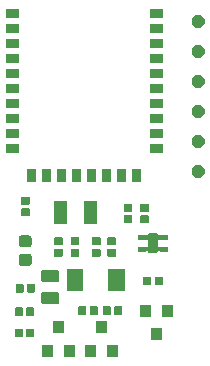
<source format=gbr>
G04 #@! TF.GenerationSoftware,KiCad,Pcbnew,(5.1.2-1)-1*
G04 #@! TF.CreationDate,2021-04-07T08:52:45+02:00*
G04 #@! TF.ProjectId,parasite,70617261-7369-4746-952e-6b696361645f,1.0.0*
G04 #@! TF.SameCoordinates,Original*
G04 #@! TF.FileFunction,Soldermask,Top*
G04 #@! TF.FilePolarity,Negative*
%FSLAX46Y46*%
G04 Gerber Fmt 4.6, Leading zero omitted, Abs format (unit mm)*
G04 Created by KiCad (PCBNEW (5.1.2-1)-1) date 2021-04-07 08:52:45*
%MOMM*%
%LPD*%
G04 APERTURE LIST*
%ADD10C,0.100000*%
G04 APERTURE END LIST*
D10*
G36*
X69851000Y-60201000D02*
G01*
X68949000Y-60201000D01*
X68949000Y-59199000D01*
X69851000Y-59199000D01*
X69851000Y-60201000D01*
X69851000Y-60201000D01*
G37*
G36*
X67951000Y-60201000D02*
G01*
X67049000Y-60201000D01*
X67049000Y-59199000D01*
X67951000Y-59199000D01*
X67951000Y-60201000D01*
X67951000Y-60201000D01*
G37*
G36*
X66201000Y-60201000D02*
G01*
X65299000Y-60201000D01*
X65299000Y-59199000D01*
X66201000Y-59199000D01*
X66201000Y-60201000D01*
X66201000Y-60201000D01*
G37*
G36*
X64301000Y-60201000D02*
G01*
X63399000Y-60201000D01*
X63399000Y-59199000D01*
X64301000Y-59199000D01*
X64301000Y-60201000D01*
X64301000Y-60201000D01*
G37*
G36*
X73551000Y-58801000D02*
G01*
X72649000Y-58801000D01*
X72649000Y-57799000D01*
X73551000Y-57799000D01*
X73551000Y-58801000D01*
X73551000Y-58801000D01*
G37*
G36*
X62656938Y-57831716D02*
G01*
X62677557Y-57837971D01*
X62696553Y-57848124D01*
X62713208Y-57861792D01*
X62726876Y-57878447D01*
X62737029Y-57897443D01*
X62743284Y-57918062D01*
X62746000Y-57945640D01*
X62746000Y-58454360D01*
X62743284Y-58481938D01*
X62737029Y-58502557D01*
X62726876Y-58521553D01*
X62713208Y-58538208D01*
X62696553Y-58551876D01*
X62677557Y-58562029D01*
X62656938Y-58568284D01*
X62629360Y-58571000D01*
X62170640Y-58571000D01*
X62143062Y-58568284D01*
X62122443Y-58562029D01*
X62103447Y-58551876D01*
X62086792Y-58538208D01*
X62073124Y-58521553D01*
X62062971Y-58502557D01*
X62056716Y-58481938D01*
X62054000Y-58454360D01*
X62054000Y-57945640D01*
X62056716Y-57918062D01*
X62062971Y-57897443D01*
X62073124Y-57878447D01*
X62086792Y-57861792D01*
X62103447Y-57848124D01*
X62122443Y-57837971D01*
X62143062Y-57831716D01*
X62170640Y-57829000D01*
X62629360Y-57829000D01*
X62656938Y-57831716D01*
X62656938Y-57831716D01*
G37*
G36*
X61686938Y-57831716D02*
G01*
X61707557Y-57837971D01*
X61726553Y-57848124D01*
X61743208Y-57861792D01*
X61756876Y-57878447D01*
X61767029Y-57897443D01*
X61773284Y-57918062D01*
X61776000Y-57945640D01*
X61776000Y-58454360D01*
X61773284Y-58481938D01*
X61767029Y-58502557D01*
X61756876Y-58521553D01*
X61743208Y-58538208D01*
X61726553Y-58551876D01*
X61707557Y-58562029D01*
X61686938Y-58568284D01*
X61659360Y-58571000D01*
X61200640Y-58571000D01*
X61173062Y-58568284D01*
X61152443Y-58562029D01*
X61133447Y-58551876D01*
X61116792Y-58538208D01*
X61103124Y-58521553D01*
X61092971Y-58502557D01*
X61086716Y-58481938D01*
X61084000Y-58454360D01*
X61084000Y-57945640D01*
X61086716Y-57918062D01*
X61092971Y-57897443D01*
X61103124Y-57878447D01*
X61116792Y-57861792D01*
X61133447Y-57848124D01*
X61152443Y-57837971D01*
X61173062Y-57831716D01*
X61200640Y-57829000D01*
X61659360Y-57829000D01*
X61686938Y-57831716D01*
X61686938Y-57831716D01*
G37*
G36*
X65251000Y-58201000D02*
G01*
X64349000Y-58201000D01*
X64349000Y-57199000D01*
X65251000Y-57199000D01*
X65251000Y-58201000D01*
X65251000Y-58201000D01*
G37*
G36*
X68901000Y-58201000D02*
G01*
X67999000Y-58201000D01*
X67999000Y-57199000D01*
X68901000Y-57199000D01*
X68901000Y-58201000D01*
X68901000Y-58201000D01*
G37*
G36*
X74501000Y-56801000D02*
G01*
X73599000Y-56801000D01*
X73599000Y-55799000D01*
X74501000Y-55799000D01*
X74501000Y-56801000D01*
X74501000Y-56801000D01*
G37*
G36*
X72601000Y-56801000D02*
G01*
X71699000Y-56801000D01*
X71699000Y-55799000D01*
X72601000Y-55799000D01*
X72601000Y-56801000D01*
X72601000Y-56801000D01*
G37*
G36*
X62656938Y-56031716D02*
G01*
X62677557Y-56037971D01*
X62696553Y-56048124D01*
X62713208Y-56061792D01*
X62726876Y-56078447D01*
X62737029Y-56097443D01*
X62743284Y-56118062D01*
X62746000Y-56145640D01*
X62746000Y-56654360D01*
X62743284Y-56681938D01*
X62737029Y-56702557D01*
X62726876Y-56721553D01*
X62713208Y-56738208D01*
X62696553Y-56751876D01*
X62677557Y-56762029D01*
X62656938Y-56768284D01*
X62629360Y-56771000D01*
X62170640Y-56771000D01*
X62143062Y-56768284D01*
X62122443Y-56762029D01*
X62103447Y-56751876D01*
X62086792Y-56738208D01*
X62073124Y-56721553D01*
X62062971Y-56702557D01*
X62056716Y-56681938D01*
X62054000Y-56654360D01*
X62054000Y-56145640D01*
X62056716Y-56118062D01*
X62062971Y-56097443D01*
X62073124Y-56078447D01*
X62086792Y-56061792D01*
X62103447Y-56048124D01*
X62122443Y-56037971D01*
X62143062Y-56031716D01*
X62170640Y-56029000D01*
X62629360Y-56029000D01*
X62656938Y-56031716D01*
X62656938Y-56031716D01*
G37*
G36*
X61686938Y-56031716D02*
G01*
X61707557Y-56037971D01*
X61726553Y-56048124D01*
X61743208Y-56061792D01*
X61756876Y-56078447D01*
X61767029Y-56097443D01*
X61773284Y-56118062D01*
X61776000Y-56145640D01*
X61776000Y-56654360D01*
X61773284Y-56681938D01*
X61767029Y-56702557D01*
X61756876Y-56721553D01*
X61743208Y-56738208D01*
X61726553Y-56751876D01*
X61707557Y-56762029D01*
X61686938Y-56768284D01*
X61659360Y-56771000D01*
X61200640Y-56771000D01*
X61173062Y-56768284D01*
X61152443Y-56762029D01*
X61133447Y-56751876D01*
X61116792Y-56738208D01*
X61103124Y-56721553D01*
X61092971Y-56702557D01*
X61086716Y-56681938D01*
X61084000Y-56654360D01*
X61084000Y-56145640D01*
X61086716Y-56118062D01*
X61092971Y-56097443D01*
X61103124Y-56078447D01*
X61116792Y-56061792D01*
X61133447Y-56048124D01*
X61152443Y-56037971D01*
X61173062Y-56031716D01*
X61200640Y-56029000D01*
X61659360Y-56029000D01*
X61686938Y-56031716D01*
X61686938Y-56031716D01*
G37*
G36*
X70126938Y-55931716D02*
G01*
X70147557Y-55937971D01*
X70166553Y-55948124D01*
X70183208Y-55961792D01*
X70196876Y-55978447D01*
X70207029Y-55997443D01*
X70213284Y-56018062D01*
X70216000Y-56045640D01*
X70216000Y-56554360D01*
X70213284Y-56581938D01*
X70207029Y-56602557D01*
X70196876Y-56621553D01*
X70183208Y-56638208D01*
X70166553Y-56651876D01*
X70147557Y-56662029D01*
X70126938Y-56668284D01*
X70099360Y-56671000D01*
X69640640Y-56671000D01*
X69613062Y-56668284D01*
X69592443Y-56662029D01*
X69573447Y-56651876D01*
X69556792Y-56638208D01*
X69543124Y-56621553D01*
X69532971Y-56602557D01*
X69526716Y-56581938D01*
X69524000Y-56554360D01*
X69524000Y-56045640D01*
X69526716Y-56018062D01*
X69532971Y-55997443D01*
X69543124Y-55978447D01*
X69556792Y-55961792D01*
X69573447Y-55948124D01*
X69592443Y-55937971D01*
X69613062Y-55931716D01*
X69640640Y-55929000D01*
X70099360Y-55929000D01*
X70126938Y-55931716D01*
X70126938Y-55931716D01*
G37*
G36*
X69156938Y-55931716D02*
G01*
X69177557Y-55937971D01*
X69196553Y-55948124D01*
X69213208Y-55961792D01*
X69226876Y-55978447D01*
X69237029Y-55997443D01*
X69243284Y-56018062D01*
X69246000Y-56045640D01*
X69246000Y-56554360D01*
X69243284Y-56581938D01*
X69237029Y-56602557D01*
X69226876Y-56621553D01*
X69213208Y-56638208D01*
X69196553Y-56651876D01*
X69177557Y-56662029D01*
X69156938Y-56668284D01*
X69129360Y-56671000D01*
X68670640Y-56671000D01*
X68643062Y-56668284D01*
X68622443Y-56662029D01*
X68603447Y-56651876D01*
X68586792Y-56638208D01*
X68573124Y-56621553D01*
X68562971Y-56602557D01*
X68556716Y-56581938D01*
X68554000Y-56554360D01*
X68554000Y-56045640D01*
X68556716Y-56018062D01*
X68562971Y-55997443D01*
X68573124Y-55978447D01*
X68586792Y-55961792D01*
X68603447Y-55948124D01*
X68622443Y-55937971D01*
X68643062Y-55931716D01*
X68670640Y-55929000D01*
X69129360Y-55929000D01*
X69156938Y-55931716D01*
X69156938Y-55931716D01*
G37*
G36*
X68041938Y-55931716D02*
G01*
X68062557Y-55937971D01*
X68081553Y-55948124D01*
X68098208Y-55961792D01*
X68111876Y-55978447D01*
X68122029Y-55997443D01*
X68128284Y-56018062D01*
X68131000Y-56045640D01*
X68131000Y-56554360D01*
X68128284Y-56581938D01*
X68122029Y-56602557D01*
X68111876Y-56621553D01*
X68098208Y-56638208D01*
X68081553Y-56651876D01*
X68062557Y-56662029D01*
X68041938Y-56668284D01*
X68014360Y-56671000D01*
X67555640Y-56671000D01*
X67528062Y-56668284D01*
X67507443Y-56662029D01*
X67488447Y-56651876D01*
X67471792Y-56638208D01*
X67458124Y-56621553D01*
X67447971Y-56602557D01*
X67441716Y-56581938D01*
X67439000Y-56554360D01*
X67439000Y-56045640D01*
X67441716Y-56018062D01*
X67447971Y-55997443D01*
X67458124Y-55978447D01*
X67471792Y-55961792D01*
X67488447Y-55948124D01*
X67507443Y-55937971D01*
X67528062Y-55931716D01*
X67555640Y-55929000D01*
X68014360Y-55929000D01*
X68041938Y-55931716D01*
X68041938Y-55931716D01*
G37*
G36*
X67071938Y-55931716D02*
G01*
X67092557Y-55937971D01*
X67111553Y-55948124D01*
X67128208Y-55961792D01*
X67141876Y-55978447D01*
X67152029Y-55997443D01*
X67158284Y-56018062D01*
X67161000Y-56045640D01*
X67161000Y-56554360D01*
X67158284Y-56581938D01*
X67152029Y-56602557D01*
X67141876Y-56621553D01*
X67128208Y-56638208D01*
X67111553Y-56651876D01*
X67092557Y-56662029D01*
X67071938Y-56668284D01*
X67044360Y-56671000D01*
X66585640Y-56671000D01*
X66558062Y-56668284D01*
X66537443Y-56662029D01*
X66518447Y-56651876D01*
X66501792Y-56638208D01*
X66488124Y-56621553D01*
X66477971Y-56602557D01*
X66471716Y-56581938D01*
X66469000Y-56554360D01*
X66469000Y-56045640D01*
X66471716Y-56018062D01*
X66477971Y-55997443D01*
X66488124Y-55978447D01*
X66501792Y-55961792D01*
X66518447Y-55948124D01*
X66537443Y-55937971D01*
X66558062Y-55931716D01*
X66585640Y-55929000D01*
X67044360Y-55929000D01*
X67071938Y-55931716D01*
X67071938Y-55931716D01*
G37*
G36*
X64684468Y-54703565D02*
G01*
X64723138Y-54715296D01*
X64758777Y-54734346D01*
X64790017Y-54759983D01*
X64815654Y-54791223D01*
X64834704Y-54826862D01*
X64846435Y-54865532D01*
X64851000Y-54911888D01*
X64851000Y-55563112D01*
X64846435Y-55609468D01*
X64834704Y-55648138D01*
X64815654Y-55683777D01*
X64790017Y-55715017D01*
X64758777Y-55740654D01*
X64723138Y-55759704D01*
X64684468Y-55771435D01*
X64638112Y-55776000D01*
X63561888Y-55776000D01*
X63515532Y-55771435D01*
X63476862Y-55759704D01*
X63441223Y-55740654D01*
X63409983Y-55715017D01*
X63384346Y-55683777D01*
X63365296Y-55648138D01*
X63353565Y-55609468D01*
X63349000Y-55563112D01*
X63349000Y-54911888D01*
X63353565Y-54865532D01*
X63365296Y-54826862D01*
X63384346Y-54791223D01*
X63409983Y-54759983D01*
X63441223Y-54734346D01*
X63476862Y-54715296D01*
X63515532Y-54703565D01*
X63561888Y-54699000D01*
X64638112Y-54699000D01*
X64684468Y-54703565D01*
X64684468Y-54703565D01*
G37*
G36*
X61771938Y-54031716D02*
G01*
X61792557Y-54037971D01*
X61811553Y-54048124D01*
X61828208Y-54061792D01*
X61841876Y-54078447D01*
X61852029Y-54097443D01*
X61858284Y-54118062D01*
X61861000Y-54145640D01*
X61861000Y-54654360D01*
X61858284Y-54681938D01*
X61852029Y-54702557D01*
X61841876Y-54721553D01*
X61828208Y-54738208D01*
X61811553Y-54751876D01*
X61792557Y-54762029D01*
X61771938Y-54768284D01*
X61744360Y-54771000D01*
X61285640Y-54771000D01*
X61258062Y-54768284D01*
X61237443Y-54762029D01*
X61218447Y-54751876D01*
X61201792Y-54738208D01*
X61188124Y-54721553D01*
X61177971Y-54702557D01*
X61171716Y-54681938D01*
X61169000Y-54654360D01*
X61169000Y-54145640D01*
X61171716Y-54118062D01*
X61177971Y-54097443D01*
X61188124Y-54078447D01*
X61201792Y-54061792D01*
X61218447Y-54048124D01*
X61237443Y-54037971D01*
X61258062Y-54031716D01*
X61285640Y-54029000D01*
X61744360Y-54029000D01*
X61771938Y-54031716D01*
X61771938Y-54031716D01*
G37*
G36*
X62741938Y-54031716D02*
G01*
X62762557Y-54037971D01*
X62781553Y-54048124D01*
X62798208Y-54061792D01*
X62811876Y-54078447D01*
X62822029Y-54097443D01*
X62828284Y-54118062D01*
X62831000Y-54145640D01*
X62831000Y-54654360D01*
X62828284Y-54681938D01*
X62822029Y-54702557D01*
X62811876Y-54721553D01*
X62798208Y-54738208D01*
X62781553Y-54751876D01*
X62762557Y-54762029D01*
X62741938Y-54768284D01*
X62714360Y-54771000D01*
X62255640Y-54771000D01*
X62228062Y-54768284D01*
X62207443Y-54762029D01*
X62188447Y-54751876D01*
X62171792Y-54738208D01*
X62158124Y-54721553D01*
X62147971Y-54702557D01*
X62141716Y-54681938D01*
X62139000Y-54654360D01*
X62139000Y-54145640D01*
X62141716Y-54118062D01*
X62147971Y-54097443D01*
X62158124Y-54078447D01*
X62171792Y-54061792D01*
X62188447Y-54048124D01*
X62207443Y-54037971D01*
X62228062Y-54031716D01*
X62255640Y-54029000D01*
X62714360Y-54029000D01*
X62741938Y-54031716D01*
X62741938Y-54031716D01*
G37*
G36*
X70401000Y-54601000D02*
G01*
X68999000Y-54601000D01*
X68999000Y-52799000D01*
X70401000Y-52799000D01*
X70401000Y-54601000D01*
X70401000Y-54601000D01*
G37*
G36*
X66901000Y-54601000D02*
G01*
X65499000Y-54601000D01*
X65499000Y-52799000D01*
X66901000Y-52799000D01*
X66901000Y-54601000D01*
X66901000Y-54601000D01*
G37*
G36*
X72586938Y-53431716D02*
G01*
X72607557Y-53437971D01*
X72626553Y-53448124D01*
X72643208Y-53461792D01*
X72656876Y-53478447D01*
X72667029Y-53497443D01*
X72673284Y-53518062D01*
X72676000Y-53545640D01*
X72676000Y-54054360D01*
X72673284Y-54081938D01*
X72667029Y-54102557D01*
X72656876Y-54121553D01*
X72643208Y-54138208D01*
X72626553Y-54151876D01*
X72607557Y-54162029D01*
X72586938Y-54168284D01*
X72559360Y-54171000D01*
X72100640Y-54171000D01*
X72073062Y-54168284D01*
X72052443Y-54162029D01*
X72033447Y-54151876D01*
X72016792Y-54138208D01*
X72003124Y-54121553D01*
X71992971Y-54102557D01*
X71986716Y-54081938D01*
X71984000Y-54054360D01*
X71984000Y-53545640D01*
X71986716Y-53518062D01*
X71992971Y-53497443D01*
X72003124Y-53478447D01*
X72016792Y-53461792D01*
X72033447Y-53448124D01*
X72052443Y-53437971D01*
X72073062Y-53431716D01*
X72100640Y-53429000D01*
X72559360Y-53429000D01*
X72586938Y-53431716D01*
X72586938Y-53431716D01*
G37*
G36*
X73556938Y-53431716D02*
G01*
X73577557Y-53437971D01*
X73596553Y-53448124D01*
X73613208Y-53461792D01*
X73626876Y-53478447D01*
X73637029Y-53497443D01*
X73643284Y-53518062D01*
X73646000Y-53545640D01*
X73646000Y-54054360D01*
X73643284Y-54081938D01*
X73637029Y-54102557D01*
X73626876Y-54121553D01*
X73613208Y-54138208D01*
X73596553Y-54151876D01*
X73577557Y-54162029D01*
X73556938Y-54168284D01*
X73529360Y-54171000D01*
X73070640Y-54171000D01*
X73043062Y-54168284D01*
X73022443Y-54162029D01*
X73003447Y-54151876D01*
X72986792Y-54138208D01*
X72973124Y-54121553D01*
X72962971Y-54102557D01*
X72956716Y-54081938D01*
X72954000Y-54054360D01*
X72954000Y-53545640D01*
X72956716Y-53518062D01*
X72962971Y-53497443D01*
X72973124Y-53478447D01*
X72986792Y-53461792D01*
X73003447Y-53448124D01*
X73022443Y-53437971D01*
X73043062Y-53431716D01*
X73070640Y-53429000D01*
X73529360Y-53429000D01*
X73556938Y-53431716D01*
X73556938Y-53431716D01*
G37*
G36*
X64684468Y-52828565D02*
G01*
X64723138Y-52840296D01*
X64758777Y-52859346D01*
X64790017Y-52884983D01*
X64815654Y-52916223D01*
X64834704Y-52951862D01*
X64846435Y-52990532D01*
X64851000Y-53036888D01*
X64851000Y-53688112D01*
X64846435Y-53734468D01*
X64834704Y-53773138D01*
X64815654Y-53808777D01*
X64790017Y-53840017D01*
X64758777Y-53865654D01*
X64723138Y-53884704D01*
X64684468Y-53896435D01*
X64638112Y-53901000D01*
X63561888Y-53901000D01*
X63515532Y-53896435D01*
X63476862Y-53884704D01*
X63441223Y-53865654D01*
X63409983Y-53840017D01*
X63384346Y-53808777D01*
X63365296Y-53773138D01*
X63353565Y-53734468D01*
X63349000Y-53688112D01*
X63349000Y-53036888D01*
X63353565Y-52990532D01*
X63365296Y-52951862D01*
X63384346Y-52916223D01*
X63409983Y-52884983D01*
X63441223Y-52859346D01*
X63476862Y-52840296D01*
X63515532Y-52828565D01*
X63561888Y-52824000D01*
X64638112Y-52824000D01*
X64684468Y-52828565D01*
X64684468Y-52828565D01*
G37*
G36*
X62379591Y-51515585D02*
G01*
X62413569Y-51525893D01*
X62444890Y-51542634D01*
X62472339Y-51565161D01*
X62494866Y-51592610D01*
X62511607Y-51623931D01*
X62521915Y-51657909D01*
X62526000Y-51699390D01*
X62526000Y-52300610D01*
X62521915Y-52342091D01*
X62511607Y-52376069D01*
X62494866Y-52407390D01*
X62472339Y-52434839D01*
X62444890Y-52457366D01*
X62413569Y-52474107D01*
X62379591Y-52484415D01*
X62338110Y-52488500D01*
X61661890Y-52488500D01*
X61620409Y-52484415D01*
X61586431Y-52474107D01*
X61555110Y-52457366D01*
X61527661Y-52434839D01*
X61505134Y-52407390D01*
X61488393Y-52376069D01*
X61478085Y-52342091D01*
X61474000Y-52300610D01*
X61474000Y-51699390D01*
X61478085Y-51657909D01*
X61488393Y-51623931D01*
X61505134Y-51592610D01*
X61527661Y-51565161D01*
X61555110Y-51542634D01*
X61586431Y-51525893D01*
X61620409Y-51515585D01*
X61661890Y-51511500D01*
X62338110Y-51511500D01*
X62379591Y-51515585D01*
X62379591Y-51515585D01*
G37*
G36*
X69581938Y-51056716D02*
G01*
X69602557Y-51062971D01*
X69621553Y-51073124D01*
X69638208Y-51086792D01*
X69651876Y-51103447D01*
X69662029Y-51122443D01*
X69668284Y-51143062D01*
X69671000Y-51170640D01*
X69671000Y-51629360D01*
X69668284Y-51656938D01*
X69662029Y-51677557D01*
X69651876Y-51696553D01*
X69638208Y-51713208D01*
X69621553Y-51726876D01*
X69602557Y-51737029D01*
X69581938Y-51743284D01*
X69554360Y-51746000D01*
X69045640Y-51746000D01*
X69018062Y-51743284D01*
X68997443Y-51737029D01*
X68978447Y-51726876D01*
X68961792Y-51713208D01*
X68948124Y-51696553D01*
X68937971Y-51677557D01*
X68931716Y-51656938D01*
X68929000Y-51629360D01*
X68929000Y-51170640D01*
X68931716Y-51143062D01*
X68937971Y-51122443D01*
X68948124Y-51103447D01*
X68961792Y-51086792D01*
X68978447Y-51073124D01*
X68997443Y-51062971D01*
X69018062Y-51056716D01*
X69045640Y-51054000D01*
X69554360Y-51054000D01*
X69581938Y-51056716D01*
X69581938Y-51056716D01*
G37*
G36*
X65081938Y-51056716D02*
G01*
X65102557Y-51062971D01*
X65121553Y-51073124D01*
X65138208Y-51086792D01*
X65151876Y-51103447D01*
X65162029Y-51122443D01*
X65168284Y-51143062D01*
X65171000Y-51170640D01*
X65171000Y-51629360D01*
X65168284Y-51656938D01*
X65162029Y-51677557D01*
X65151876Y-51696553D01*
X65138208Y-51713208D01*
X65121553Y-51726876D01*
X65102557Y-51737029D01*
X65081938Y-51743284D01*
X65054360Y-51746000D01*
X64545640Y-51746000D01*
X64518062Y-51743284D01*
X64497443Y-51737029D01*
X64478447Y-51726876D01*
X64461792Y-51713208D01*
X64448124Y-51696553D01*
X64437971Y-51677557D01*
X64431716Y-51656938D01*
X64429000Y-51629360D01*
X64429000Y-51170640D01*
X64431716Y-51143062D01*
X64437971Y-51122443D01*
X64448124Y-51103447D01*
X64461792Y-51086792D01*
X64478447Y-51073124D01*
X64497443Y-51062971D01*
X64518062Y-51056716D01*
X64545640Y-51054000D01*
X65054360Y-51054000D01*
X65081938Y-51056716D01*
X65081938Y-51056716D01*
G37*
G36*
X66481938Y-51056716D02*
G01*
X66502557Y-51062971D01*
X66521553Y-51073124D01*
X66538208Y-51086792D01*
X66551876Y-51103447D01*
X66562029Y-51122443D01*
X66568284Y-51143062D01*
X66571000Y-51170640D01*
X66571000Y-51629360D01*
X66568284Y-51656938D01*
X66562029Y-51677557D01*
X66551876Y-51696553D01*
X66538208Y-51713208D01*
X66521553Y-51726876D01*
X66502557Y-51737029D01*
X66481938Y-51743284D01*
X66454360Y-51746000D01*
X65945640Y-51746000D01*
X65918062Y-51743284D01*
X65897443Y-51737029D01*
X65878447Y-51726876D01*
X65861792Y-51713208D01*
X65848124Y-51696553D01*
X65837971Y-51677557D01*
X65831716Y-51656938D01*
X65829000Y-51629360D01*
X65829000Y-51170640D01*
X65831716Y-51143062D01*
X65837971Y-51122443D01*
X65848124Y-51103447D01*
X65861792Y-51086792D01*
X65878447Y-51073124D01*
X65897443Y-51062971D01*
X65918062Y-51056716D01*
X65945640Y-51054000D01*
X66454360Y-51054000D01*
X66481938Y-51056716D01*
X66481938Y-51056716D01*
G37*
G36*
X68281938Y-51056716D02*
G01*
X68302557Y-51062971D01*
X68321553Y-51073124D01*
X68338208Y-51086792D01*
X68351876Y-51103447D01*
X68362029Y-51122443D01*
X68368284Y-51143062D01*
X68371000Y-51170640D01*
X68371000Y-51629360D01*
X68368284Y-51656938D01*
X68362029Y-51677557D01*
X68351876Y-51696553D01*
X68338208Y-51713208D01*
X68321553Y-51726876D01*
X68302557Y-51737029D01*
X68281938Y-51743284D01*
X68254360Y-51746000D01*
X67745640Y-51746000D01*
X67718062Y-51743284D01*
X67697443Y-51737029D01*
X67678447Y-51726876D01*
X67661792Y-51713208D01*
X67648124Y-51696553D01*
X67637971Y-51677557D01*
X67631716Y-51656938D01*
X67629000Y-51629360D01*
X67629000Y-51170640D01*
X67631716Y-51143062D01*
X67637971Y-51122443D01*
X67648124Y-51103447D01*
X67661792Y-51086792D01*
X67678447Y-51073124D01*
X67697443Y-51062971D01*
X67718062Y-51056716D01*
X67745640Y-51054000D01*
X68254360Y-51054000D01*
X68281938Y-51056716D01*
X68281938Y-51056716D01*
G37*
G36*
X73089802Y-49752244D02*
G01*
X73115579Y-49760064D01*
X73139333Y-49772761D01*
X73160153Y-49789847D01*
X73177239Y-49810667D01*
X73189936Y-49834422D01*
X73194717Y-49850180D01*
X73204095Y-49872819D01*
X73217709Y-49893193D01*
X73235037Y-49910519D01*
X73255412Y-49924133D01*
X73278051Y-49933509D01*
X73302084Y-49938289D01*
X73326588Y-49938289D01*
X73350621Y-49933508D01*
X73373260Y-49924130D01*
X73393634Y-49910516D01*
X73410959Y-49893190D01*
X73414219Y-49889217D01*
X73421776Y-49883016D01*
X73430405Y-49878403D01*
X73439768Y-49875563D01*
X73455640Y-49874000D01*
X73994360Y-49874000D01*
X74010232Y-49875563D01*
X74019595Y-49878403D01*
X74028224Y-49883016D01*
X74035782Y-49889218D01*
X74041984Y-49896776D01*
X74046597Y-49905405D01*
X74049437Y-49914768D01*
X74051000Y-49930640D01*
X74051000Y-50269360D01*
X74049437Y-50285232D01*
X74046597Y-50294595D01*
X74041984Y-50303224D01*
X74035782Y-50310782D01*
X74028224Y-50316984D01*
X74019595Y-50321597D01*
X74010232Y-50324437D01*
X73994360Y-50326000D01*
X73455640Y-50326000D01*
X73439768Y-50324437D01*
X73430405Y-50321597D01*
X73421779Y-50316986D01*
X73405296Y-50303459D01*
X73384921Y-50289846D01*
X73362282Y-50280469D01*
X73338249Y-50275689D01*
X73313745Y-50275689D01*
X73289711Y-50280470D01*
X73267073Y-50289848D01*
X73246699Y-50303462D01*
X73229372Y-50320789D01*
X73215759Y-50341164D01*
X73206382Y-50363803D01*
X73201000Y-50400086D01*
X73201000Y-50799914D01*
X73203402Y-50824300D01*
X73210515Y-50847749D01*
X73222066Y-50869360D01*
X73237611Y-50888302D01*
X73256553Y-50903847D01*
X73278164Y-50915398D01*
X73301613Y-50922511D01*
X73325999Y-50924913D01*
X73350385Y-50922511D01*
X73373834Y-50915398D01*
X73405296Y-50896541D01*
X73421779Y-50883014D01*
X73430405Y-50878403D01*
X73439768Y-50875563D01*
X73455640Y-50874000D01*
X73994360Y-50874000D01*
X74010232Y-50875563D01*
X74019595Y-50878403D01*
X74028224Y-50883016D01*
X74035782Y-50889218D01*
X74041984Y-50896776D01*
X74046597Y-50905405D01*
X74049437Y-50914768D01*
X74051000Y-50930640D01*
X74051000Y-51269360D01*
X74049437Y-51285232D01*
X74046597Y-51294595D01*
X74041984Y-51303224D01*
X74035782Y-51310782D01*
X74028224Y-51316984D01*
X74019595Y-51321597D01*
X74010232Y-51324437D01*
X73994360Y-51326000D01*
X73455640Y-51326000D01*
X73439768Y-51324437D01*
X73430405Y-51321597D01*
X73421776Y-51316984D01*
X73414219Y-51310783D01*
X73410959Y-51306810D01*
X73393632Y-51289483D01*
X73373258Y-51275869D01*
X73350619Y-51266492D01*
X73326586Y-51261711D01*
X73302082Y-51261711D01*
X73278048Y-51266491D01*
X73255410Y-51275868D01*
X73235035Y-51289482D01*
X73217708Y-51306809D01*
X73204094Y-51327183D01*
X73194717Y-51349820D01*
X73189936Y-51365578D01*
X73177239Y-51389333D01*
X73160153Y-51410153D01*
X73139333Y-51427239D01*
X73115579Y-51439936D01*
X73089802Y-51447756D01*
X73056862Y-51451000D01*
X72543138Y-51451000D01*
X72510198Y-51447756D01*
X72484421Y-51439936D01*
X72460667Y-51427239D01*
X72439847Y-51410153D01*
X72422761Y-51389333D01*
X72410064Y-51365578D01*
X72405283Y-51349820D01*
X72395905Y-51327181D01*
X72382291Y-51306807D01*
X72364963Y-51289481D01*
X72344588Y-51275867D01*
X72321949Y-51266491D01*
X72297916Y-51261711D01*
X72273412Y-51261711D01*
X72249379Y-51266492D01*
X72226740Y-51275870D01*
X72206366Y-51289484D01*
X72189041Y-51306810D01*
X72185781Y-51310783D01*
X72178224Y-51316984D01*
X72169595Y-51321597D01*
X72160232Y-51324437D01*
X72144360Y-51326000D01*
X71605640Y-51326000D01*
X71589768Y-51324437D01*
X71580405Y-51321597D01*
X71571776Y-51316984D01*
X71564218Y-51310782D01*
X71558016Y-51303224D01*
X71553403Y-51294595D01*
X71550563Y-51285232D01*
X71549000Y-51269360D01*
X71549000Y-50930640D01*
X71550563Y-50914768D01*
X71553403Y-50905405D01*
X71558016Y-50896776D01*
X71564218Y-50889218D01*
X71571776Y-50883016D01*
X71580405Y-50878403D01*
X71589768Y-50875563D01*
X71605640Y-50874000D01*
X72144360Y-50874000D01*
X72160232Y-50875563D01*
X72169595Y-50878403D01*
X72178221Y-50883014D01*
X72194704Y-50896541D01*
X72215079Y-50910154D01*
X72237718Y-50919531D01*
X72261751Y-50924311D01*
X72286255Y-50924311D01*
X72310289Y-50919530D01*
X72332927Y-50910152D01*
X72353301Y-50896538D01*
X72370628Y-50879211D01*
X72384241Y-50858836D01*
X72393618Y-50836197D01*
X72399000Y-50799914D01*
X72399000Y-50400086D01*
X72396598Y-50375700D01*
X72389485Y-50352251D01*
X72377934Y-50330640D01*
X72362389Y-50311698D01*
X72343447Y-50296153D01*
X72321836Y-50284602D01*
X72298387Y-50277489D01*
X72274001Y-50275087D01*
X72249615Y-50277489D01*
X72226166Y-50284602D01*
X72194704Y-50303459D01*
X72178221Y-50316986D01*
X72169595Y-50321597D01*
X72160232Y-50324437D01*
X72144360Y-50326000D01*
X71605640Y-50326000D01*
X71589768Y-50324437D01*
X71580405Y-50321597D01*
X71571776Y-50316984D01*
X71564218Y-50310782D01*
X71558016Y-50303224D01*
X71553403Y-50294595D01*
X71550563Y-50285232D01*
X71549000Y-50269360D01*
X71549000Y-49930640D01*
X71550563Y-49914768D01*
X71553403Y-49905405D01*
X71558016Y-49896776D01*
X71564218Y-49889218D01*
X71571776Y-49883016D01*
X71580405Y-49878403D01*
X71589768Y-49875563D01*
X71605640Y-49874000D01*
X72144360Y-49874000D01*
X72160232Y-49875563D01*
X72169595Y-49878403D01*
X72178224Y-49883016D01*
X72185781Y-49889217D01*
X72189041Y-49893190D01*
X72206368Y-49910517D01*
X72226742Y-49924131D01*
X72249381Y-49933508D01*
X72273414Y-49938289D01*
X72297918Y-49938289D01*
X72321952Y-49933509D01*
X72344590Y-49924132D01*
X72364965Y-49910518D01*
X72382292Y-49893191D01*
X72395906Y-49872817D01*
X72405283Y-49850180D01*
X72410064Y-49834422D01*
X72422761Y-49810667D01*
X72439847Y-49789847D01*
X72460667Y-49772761D01*
X72484421Y-49760064D01*
X72510198Y-49752244D01*
X72543138Y-49749000D01*
X73056862Y-49749000D01*
X73089802Y-49752244D01*
X73089802Y-49752244D01*
G37*
G36*
X62379591Y-49940585D02*
G01*
X62413569Y-49950893D01*
X62444890Y-49967634D01*
X62472339Y-49990161D01*
X62494866Y-50017610D01*
X62511607Y-50048931D01*
X62521915Y-50082909D01*
X62526000Y-50124390D01*
X62526000Y-50725610D01*
X62521915Y-50767091D01*
X62511607Y-50801069D01*
X62494866Y-50832390D01*
X62472339Y-50859839D01*
X62444890Y-50882366D01*
X62413569Y-50899107D01*
X62379591Y-50909415D01*
X62338110Y-50913500D01*
X61661890Y-50913500D01*
X61620409Y-50909415D01*
X61586431Y-50899107D01*
X61555110Y-50882366D01*
X61527661Y-50859839D01*
X61505134Y-50832390D01*
X61488393Y-50801069D01*
X61478085Y-50767091D01*
X61474000Y-50725610D01*
X61474000Y-50124390D01*
X61478085Y-50082909D01*
X61488393Y-50048931D01*
X61505134Y-50017610D01*
X61527661Y-49990161D01*
X61555110Y-49967634D01*
X61586431Y-49950893D01*
X61620409Y-49940585D01*
X61661890Y-49936500D01*
X62338110Y-49936500D01*
X62379591Y-49940585D01*
X62379591Y-49940585D01*
G37*
G36*
X66481938Y-50086716D02*
G01*
X66502557Y-50092971D01*
X66521553Y-50103124D01*
X66538208Y-50116792D01*
X66551876Y-50133447D01*
X66562029Y-50152443D01*
X66568284Y-50173062D01*
X66571000Y-50200640D01*
X66571000Y-50659360D01*
X66568284Y-50686938D01*
X66562029Y-50707557D01*
X66551876Y-50726553D01*
X66538208Y-50743208D01*
X66521553Y-50756876D01*
X66502557Y-50767029D01*
X66481938Y-50773284D01*
X66454360Y-50776000D01*
X65945640Y-50776000D01*
X65918062Y-50773284D01*
X65897443Y-50767029D01*
X65878447Y-50756876D01*
X65861792Y-50743208D01*
X65848124Y-50726553D01*
X65837971Y-50707557D01*
X65831716Y-50686938D01*
X65829000Y-50659360D01*
X65829000Y-50200640D01*
X65831716Y-50173062D01*
X65837971Y-50152443D01*
X65848124Y-50133447D01*
X65861792Y-50116792D01*
X65878447Y-50103124D01*
X65897443Y-50092971D01*
X65918062Y-50086716D01*
X65945640Y-50084000D01*
X66454360Y-50084000D01*
X66481938Y-50086716D01*
X66481938Y-50086716D01*
G37*
G36*
X65081938Y-50086716D02*
G01*
X65102557Y-50092971D01*
X65121553Y-50103124D01*
X65138208Y-50116792D01*
X65151876Y-50133447D01*
X65162029Y-50152443D01*
X65168284Y-50173062D01*
X65171000Y-50200640D01*
X65171000Y-50659360D01*
X65168284Y-50686938D01*
X65162029Y-50707557D01*
X65151876Y-50726553D01*
X65138208Y-50743208D01*
X65121553Y-50756876D01*
X65102557Y-50767029D01*
X65081938Y-50773284D01*
X65054360Y-50776000D01*
X64545640Y-50776000D01*
X64518062Y-50773284D01*
X64497443Y-50767029D01*
X64478447Y-50756876D01*
X64461792Y-50743208D01*
X64448124Y-50726553D01*
X64437971Y-50707557D01*
X64431716Y-50686938D01*
X64429000Y-50659360D01*
X64429000Y-50200640D01*
X64431716Y-50173062D01*
X64437971Y-50152443D01*
X64448124Y-50133447D01*
X64461792Y-50116792D01*
X64478447Y-50103124D01*
X64497443Y-50092971D01*
X64518062Y-50086716D01*
X64545640Y-50084000D01*
X65054360Y-50084000D01*
X65081938Y-50086716D01*
X65081938Y-50086716D01*
G37*
G36*
X68281938Y-50086716D02*
G01*
X68302557Y-50092971D01*
X68321553Y-50103124D01*
X68338208Y-50116792D01*
X68351876Y-50133447D01*
X68362029Y-50152443D01*
X68368284Y-50173062D01*
X68371000Y-50200640D01*
X68371000Y-50659360D01*
X68368284Y-50686938D01*
X68362029Y-50707557D01*
X68351876Y-50726553D01*
X68338208Y-50743208D01*
X68321553Y-50756876D01*
X68302557Y-50767029D01*
X68281938Y-50773284D01*
X68254360Y-50776000D01*
X67745640Y-50776000D01*
X67718062Y-50773284D01*
X67697443Y-50767029D01*
X67678447Y-50756876D01*
X67661792Y-50743208D01*
X67648124Y-50726553D01*
X67637971Y-50707557D01*
X67631716Y-50686938D01*
X67629000Y-50659360D01*
X67629000Y-50200640D01*
X67631716Y-50173062D01*
X67637971Y-50152443D01*
X67648124Y-50133447D01*
X67661792Y-50116792D01*
X67678447Y-50103124D01*
X67697443Y-50092971D01*
X67718062Y-50086716D01*
X67745640Y-50084000D01*
X68254360Y-50084000D01*
X68281938Y-50086716D01*
X68281938Y-50086716D01*
G37*
G36*
X69581938Y-50086716D02*
G01*
X69602557Y-50092971D01*
X69621553Y-50103124D01*
X69638208Y-50116792D01*
X69651876Y-50133447D01*
X69662029Y-50152443D01*
X69668284Y-50173062D01*
X69671000Y-50200640D01*
X69671000Y-50659360D01*
X69668284Y-50686938D01*
X69662029Y-50707557D01*
X69651876Y-50726553D01*
X69638208Y-50743208D01*
X69621553Y-50756876D01*
X69602557Y-50767029D01*
X69581938Y-50773284D01*
X69554360Y-50776000D01*
X69045640Y-50776000D01*
X69018062Y-50773284D01*
X68997443Y-50767029D01*
X68978447Y-50756876D01*
X68961792Y-50743208D01*
X68948124Y-50726553D01*
X68937971Y-50707557D01*
X68931716Y-50686938D01*
X68929000Y-50659360D01*
X68929000Y-50200640D01*
X68931716Y-50173062D01*
X68937971Y-50152443D01*
X68948124Y-50133447D01*
X68961792Y-50116792D01*
X68978447Y-50103124D01*
X68997443Y-50092971D01*
X69018062Y-50086716D01*
X69045640Y-50084000D01*
X69554360Y-50084000D01*
X69581938Y-50086716D01*
X69581938Y-50086716D01*
G37*
G36*
X65551000Y-48951000D02*
G01*
X64449000Y-48951000D01*
X64449000Y-47049000D01*
X65551000Y-47049000D01*
X65551000Y-48951000D01*
X65551000Y-48951000D01*
G37*
G36*
X68051000Y-48951000D02*
G01*
X66949000Y-48951000D01*
X66949000Y-47049000D01*
X68051000Y-47049000D01*
X68051000Y-48951000D01*
X68051000Y-48951000D01*
G37*
G36*
X72381938Y-48226716D02*
G01*
X72402557Y-48232971D01*
X72421553Y-48243124D01*
X72438208Y-48256792D01*
X72451876Y-48273447D01*
X72462029Y-48292443D01*
X72468284Y-48313062D01*
X72471000Y-48340640D01*
X72471000Y-48799360D01*
X72468284Y-48826938D01*
X72462029Y-48847557D01*
X72451876Y-48866553D01*
X72438208Y-48883208D01*
X72421553Y-48896876D01*
X72402557Y-48907029D01*
X72381938Y-48913284D01*
X72354360Y-48916000D01*
X71845640Y-48916000D01*
X71818062Y-48913284D01*
X71797443Y-48907029D01*
X71778447Y-48896876D01*
X71761792Y-48883208D01*
X71748124Y-48866553D01*
X71737971Y-48847557D01*
X71731716Y-48826938D01*
X71729000Y-48799360D01*
X71729000Y-48340640D01*
X71731716Y-48313062D01*
X71737971Y-48292443D01*
X71748124Y-48273447D01*
X71761792Y-48256792D01*
X71778447Y-48243124D01*
X71797443Y-48232971D01*
X71818062Y-48226716D01*
X71845640Y-48224000D01*
X72354360Y-48224000D01*
X72381938Y-48226716D01*
X72381938Y-48226716D01*
G37*
G36*
X70981938Y-48226716D02*
G01*
X71002557Y-48232971D01*
X71021553Y-48243124D01*
X71038208Y-48256792D01*
X71051876Y-48273447D01*
X71062029Y-48292443D01*
X71068284Y-48313062D01*
X71071000Y-48340640D01*
X71071000Y-48799360D01*
X71068284Y-48826938D01*
X71062029Y-48847557D01*
X71051876Y-48866553D01*
X71038208Y-48883208D01*
X71021553Y-48896876D01*
X71002557Y-48907029D01*
X70981938Y-48913284D01*
X70954360Y-48916000D01*
X70445640Y-48916000D01*
X70418062Y-48913284D01*
X70397443Y-48907029D01*
X70378447Y-48896876D01*
X70361792Y-48883208D01*
X70348124Y-48866553D01*
X70337971Y-48847557D01*
X70331716Y-48826938D01*
X70329000Y-48799360D01*
X70329000Y-48340640D01*
X70331716Y-48313062D01*
X70337971Y-48292443D01*
X70348124Y-48273447D01*
X70361792Y-48256792D01*
X70378447Y-48243124D01*
X70397443Y-48232971D01*
X70418062Y-48226716D01*
X70445640Y-48224000D01*
X70954360Y-48224000D01*
X70981938Y-48226716D01*
X70981938Y-48226716D01*
G37*
G36*
X62281938Y-47626716D02*
G01*
X62302557Y-47632971D01*
X62321553Y-47643124D01*
X62338208Y-47656792D01*
X62351876Y-47673447D01*
X62362029Y-47692443D01*
X62368284Y-47713062D01*
X62371000Y-47740640D01*
X62371000Y-48199360D01*
X62368284Y-48226938D01*
X62362029Y-48247557D01*
X62351876Y-48266553D01*
X62338208Y-48283208D01*
X62321553Y-48296876D01*
X62302557Y-48307029D01*
X62281938Y-48313284D01*
X62254360Y-48316000D01*
X61745640Y-48316000D01*
X61718062Y-48313284D01*
X61697443Y-48307029D01*
X61678447Y-48296876D01*
X61661792Y-48283208D01*
X61648124Y-48266553D01*
X61637971Y-48247557D01*
X61631716Y-48226938D01*
X61629000Y-48199360D01*
X61629000Y-47740640D01*
X61631716Y-47713062D01*
X61637971Y-47692443D01*
X61648124Y-47673447D01*
X61661792Y-47656792D01*
X61678447Y-47643124D01*
X61697443Y-47632971D01*
X61718062Y-47626716D01*
X61745640Y-47624000D01*
X62254360Y-47624000D01*
X62281938Y-47626716D01*
X62281938Y-47626716D01*
G37*
G36*
X72381938Y-47256716D02*
G01*
X72402557Y-47262971D01*
X72421553Y-47273124D01*
X72438208Y-47286792D01*
X72451876Y-47303447D01*
X72462029Y-47322443D01*
X72468284Y-47343062D01*
X72471000Y-47370640D01*
X72471000Y-47829360D01*
X72468284Y-47856938D01*
X72462029Y-47877557D01*
X72451876Y-47896553D01*
X72438208Y-47913208D01*
X72421553Y-47926876D01*
X72402557Y-47937029D01*
X72381938Y-47943284D01*
X72354360Y-47946000D01*
X71845640Y-47946000D01*
X71818062Y-47943284D01*
X71797443Y-47937029D01*
X71778447Y-47926876D01*
X71761792Y-47913208D01*
X71748124Y-47896553D01*
X71737971Y-47877557D01*
X71731716Y-47856938D01*
X71729000Y-47829360D01*
X71729000Y-47370640D01*
X71731716Y-47343062D01*
X71737971Y-47322443D01*
X71748124Y-47303447D01*
X71761792Y-47286792D01*
X71778447Y-47273124D01*
X71797443Y-47262971D01*
X71818062Y-47256716D01*
X71845640Y-47254000D01*
X72354360Y-47254000D01*
X72381938Y-47256716D01*
X72381938Y-47256716D01*
G37*
G36*
X70981938Y-47256716D02*
G01*
X71002557Y-47262971D01*
X71021553Y-47273124D01*
X71038208Y-47286792D01*
X71051876Y-47303447D01*
X71062029Y-47322443D01*
X71068284Y-47343062D01*
X71071000Y-47370640D01*
X71071000Y-47829360D01*
X71068284Y-47856938D01*
X71062029Y-47877557D01*
X71051876Y-47896553D01*
X71038208Y-47913208D01*
X71021553Y-47926876D01*
X71002557Y-47937029D01*
X70981938Y-47943284D01*
X70954360Y-47946000D01*
X70445640Y-47946000D01*
X70418062Y-47943284D01*
X70397443Y-47937029D01*
X70378447Y-47926876D01*
X70361792Y-47913208D01*
X70348124Y-47896553D01*
X70337971Y-47877557D01*
X70331716Y-47856938D01*
X70329000Y-47829360D01*
X70329000Y-47370640D01*
X70331716Y-47343062D01*
X70337971Y-47322443D01*
X70348124Y-47303447D01*
X70361792Y-47286792D01*
X70378447Y-47273124D01*
X70397443Y-47262971D01*
X70418062Y-47256716D01*
X70445640Y-47254000D01*
X70954360Y-47254000D01*
X70981938Y-47256716D01*
X70981938Y-47256716D01*
G37*
G36*
X62281938Y-46656716D02*
G01*
X62302557Y-46662971D01*
X62321553Y-46673124D01*
X62338208Y-46686792D01*
X62351876Y-46703447D01*
X62362029Y-46722443D01*
X62368284Y-46743062D01*
X62371000Y-46770640D01*
X62371000Y-47229360D01*
X62368284Y-47256938D01*
X62362029Y-47277557D01*
X62351876Y-47296553D01*
X62338208Y-47313208D01*
X62321553Y-47326876D01*
X62302557Y-47337029D01*
X62281938Y-47343284D01*
X62254360Y-47346000D01*
X61745640Y-47346000D01*
X61718062Y-47343284D01*
X61697443Y-47337029D01*
X61678447Y-47326876D01*
X61661792Y-47313208D01*
X61648124Y-47296553D01*
X61637971Y-47277557D01*
X61631716Y-47256938D01*
X61629000Y-47229360D01*
X61629000Y-46770640D01*
X61631716Y-46743062D01*
X61637971Y-46722443D01*
X61648124Y-46703447D01*
X61661792Y-46686792D01*
X61678447Y-46673124D01*
X61697443Y-46662971D01*
X61718062Y-46656716D01*
X61745640Y-46654000D01*
X62254360Y-46654000D01*
X62281938Y-46656716D01*
X62281938Y-46656716D01*
G37*
G36*
X62906000Y-45370000D02*
G01*
X62154000Y-45370000D01*
X62154000Y-44268000D01*
X62906000Y-44268000D01*
X62906000Y-45370000D01*
X62906000Y-45370000D01*
G37*
G36*
X67986000Y-45370000D02*
G01*
X67234000Y-45370000D01*
X67234000Y-44268000D01*
X67986000Y-44268000D01*
X67986000Y-45370000D01*
X67986000Y-45370000D01*
G37*
G36*
X71796000Y-45370000D02*
G01*
X71044000Y-45370000D01*
X71044000Y-44268000D01*
X71796000Y-44268000D01*
X71796000Y-45370000D01*
X71796000Y-45370000D01*
G37*
G36*
X70526000Y-45370000D02*
G01*
X69774000Y-45370000D01*
X69774000Y-44268000D01*
X70526000Y-44268000D01*
X70526000Y-45370000D01*
X70526000Y-45370000D01*
G37*
G36*
X69256000Y-45370000D02*
G01*
X68504000Y-45370000D01*
X68504000Y-44268000D01*
X69256000Y-44268000D01*
X69256000Y-45370000D01*
X69256000Y-45370000D01*
G37*
G36*
X66716000Y-45370000D02*
G01*
X65964000Y-45370000D01*
X65964000Y-44268000D01*
X66716000Y-44268000D01*
X66716000Y-45370000D01*
X66716000Y-45370000D01*
G37*
G36*
X65446000Y-45370000D02*
G01*
X64694000Y-45370000D01*
X64694000Y-44268000D01*
X65446000Y-44268000D01*
X65446000Y-45370000D01*
X65446000Y-45370000D01*
G37*
G36*
X64176000Y-45370000D02*
G01*
X63424000Y-45370000D01*
X63424000Y-44268000D01*
X64176000Y-44268000D01*
X64176000Y-45370000D01*
X64176000Y-45370000D01*
G37*
G36*
X76800721Y-43970174D02*
G01*
X76900995Y-44011709D01*
X76900996Y-44011710D01*
X76991242Y-44072010D01*
X77067990Y-44148758D01*
X77067991Y-44148760D01*
X77128291Y-44239005D01*
X77169826Y-44339279D01*
X77191000Y-44445730D01*
X77191000Y-44554270D01*
X77169826Y-44660721D01*
X77128291Y-44760995D01*
X77128290Y-44760996D01*
X77067990Y-44851242D01*
X76991242Y-44927990D01*
X76945812Y-44958345D01*
X76900995Y-44988291D01*
X76800721Y-45029826D01*
X76694270Y-45051000D01*
X76585730Y-45051000D01*
X76479279Y-45029826D01*
X76379005Y-44988291D01*
X76334188Y-44958345D01*
X76288758Y-44927990D01*
X76212010Y-44851242D01*
X76151710Y-44760996D01*
X76151709Y-44760995D01*
X76110174Y-44660721D01*
X76089000Y-44554270D01*
X76089000Y-44445730D01*
X76110174Y-44339279D01*
X76151709Y-44239005D01*
X76212009Y-44148760D01*
X76212010Y-44148758D01*
X76288758Y-44072010D01*
X76379004Y-44011710D01*
X76379005Y-44011709D01*
X76479279Y-43970174D01*
X76585730Y-43949000D01*
X76694270Y-43949000D01*
X76800721Y-43970174D01*
X76800721Y-43970174D01*
G37*
G36*
X73670000Y-42976000D02*
G01*
X72568000Y-42976000D01*
X72568000Y-42224000D01*
X73670000Y-42224000D01*
X73670000Y-42976000D01*
X73670000Y-42976000D01*
G37*
G36*
X61432000Y-42976000D02*
G01*
X60330000Y-42976000D01*
X60330000Y-42224000D01*
X61432000Y-42224000D01*
X61432000Y-42976000D01*
X61432000Y-42976000D01*
G37*
G36*
X76800721Y-41430174D02*
G01*
X76900995Y-41471709D01*
X76900996Y-41471710D01*
X76991242Y-41532010D01*
X77067990Y-41608758D01*
X77067991Y-41608760D01*
X77128291Y-41699005D01*
X77169826Y-41799279D01*
X77191000Y-41905730D01*
X77191000Y-42014270D01*
X77169826Y-42120721D01*
X77128291Y-42220995D01*
X77128290Y-42220996D01*
X77067990Y-42311242D01*
X76991242Y-42387990D01*
X76945812Y-42418345D01*
X76900995Y-42448291D01*
X76800721Y-42489826D01*
X76694270Y-42511000D01*
X76585730Y-42511000D01*
X76479279Y-42489826D01*
X76379005Y-42448291D01*
X76334188Y-42418345D01*
X76288758Y-42387990D01*
X76212010Y-42311242D01*
X76151710Y-42220996D01*
X76151709Y-42220995D01*
X76110174Y-42120721D01*
X76089000Y-42014270D01*
X76089000Y-41905730D01*
X76110174Y-41799279D01*
X76151709Y-41699005D01*
X76212009Y-41608760D01*
X76212010Y-41608758D01*
X76288758Y-41532010D01*
X76379004Y-41471710D01*
X76379005Y-41471709D01*
X76479279Y-41430174D01*
X76585730Y-41409000D01*
X76694270Y-41409000D01*
X76800721Y-41430174D01*
X76800721Y-41430174D01*
G37*
G36*
X73670000Y-41706000D02*
G01*
X72568000Y-41706000D01*
X72568000Y-40954000D01*
X73670000Y-40954000D01*
X73670000Y-41706000D01*
X73670000Y-41706000D01*
G37*
G36*
X61432000Y-41706000D02*
G01*
X60330000Y-41706000D01*
X60330000Y-40954000D01*
X61432000Y-40954000D01*
X61432000Y-41706000D01*
X61432000Y-41706000D01*
G37*
G36*
X73670000Y-40436000D02*
G01*
X72568000Y-40436000D01*
X72568000Y-39684000D01*
X73670000Y-39684000D01*
X73670000Y-40436000D01*
X73670000Y-40436000D01*
G37*
G36*
X61432000Y-40436000D02*
G01*
X60330000Y-40436000D01*
X60330000Y-39684000D01*
X61432000Y-39684000D01*
X61432000Y-40436000D01*
X61432000Y-40436000D01*
G37*
G36*
X76800721Y-38890174D02*
G01*
X76900995Y-38931709D01*
X76900996Y-38931710D01*
X76991242Y-38992010D01*
X77067990Y-39068758D01*
X77067991Y-39068760D01*
X77128291Y-39159005D01*
X77169826Y-39259279D01*
X77191000Y-39365730D01*
X77191000Y-39474270D01*
X77169826Y-39580721D01*
X77128291Y-39680995D01*
X77128290Y-39680996D01*
X77067990Y-39771242D01*
X76991242Y-39847990D01*
X76945812Y-39878345D01*
X76900995Y-39908291D01*
X76800721Y-39949826D01*
X76694270Y-39971000D01*
X76585730Y-39971000D01*
X76479279Y-39949826D01*
X76379005Y-39908291D01*
X76334188Y-39878345D01*
X76288758Y-39847990D01*
X76212010Y-39771242D01*
X76151710Y-39680996D01*
X76151709Y-39680995D01*
X76110174Y-39580721D01*
X76089000Y-39474270D01*
X76089000Y-39365730D01*
X76110174Y-39259279D01*
X76151709Y-39159005D01*
X76212009Y-39068760D01*
X76212010Y-39068758D01*
X76288758Y-38992010D01*
X76379004Y-38931710D01*
X76379005Y-38931709D01*
X76479279Y-38890174D01*
X76585730Y-38869000D01*
X76694270Y-38869000D01*
X76800721Y-38890174D01*
X76800721Y-38890174D01*
G37*
G36*
X61432000Y-39166000D02*
G01*
X60330000Y-39166000D01*
X60330000Y-38414000D01*
X61432000Y-38414000D01*
X61432000Y-39166000D01*
X61432000Y-39166000D01*
G37*
G36*
X73670000Y-39166000D02*
G01*
X72568000Y-39166000D01*
X72568000Y-38414000D01*
X73670000Y-38414000D01*
X73670000Y-39166000D01*
X73670000Y-39166000D01*
G37*
G36*
X73670000Y-37896000D02*
G01*
X72568000Y-37896000D01*
X72568000Y-37144000D01*
X73670000Y-37144000D01*
X73670000Y-37896000D01*
X73670000Y-37896000D01*
G37*
G36*
X61432000Y-37896000D02*
G01*
X60330000Y-37896000D01*
X60330000Y-37144000D01*
X61432000Y-37144000D01*
X61432000Y-37896000D01*
X61432000Y-37896000D01*
G37*
G36*
X76800721Y-36350174D02*
G01*
X76900995Y-36391709D01*
X76900996Y-36391710D01*
X76991242Y-36452010D01*
X77067990Y-36528758D01*
X77067991Y-36528760D01*
X77128291Y-36619005D01*
X77169826Y-36719279D01*
X77191000Y-36825730D01*
X77191000Y-36934270D01*
X77169826Y-37040721D01*
X77128291Y-37140995D01*
X77128290Y-37140996D01*
X77067990Y-37231242D01*
X76991242Y-37307990D01*
X76945812Y-37338345D01*
X76900995Y-37368291D01*
X76800721Y-37409826D01*
X76694270Y-37431000D01*
X76585730Y-37431000D01*
X76479279Y-37409826D01*
X76379005Y-37368291D01*
X76334188Y-37338345D01*
X76288758Y-37307990D01*
X76212010Y-37231242D01*
X76151710Y-37140996D01*
X76151709Y-37140995D01*
X76110174Y-37040721D01*
X76089000Y-36934270D01*
X76089000Y-36825730D01*
X76110174Y-36719279D01*
X76151709Y-36619005D01*
X76212009Y-36528760D01*
X76212010Y-36528758D01*
X76288758Y-36452010D01*
X76379004Y-36391710D01*
X76379005Y-36391709D01*
X76479279Y-36350174D01*
X76585730Y-36329000D01*
X76694270Y-36329000D01*
X76800721Y-36350174D01*
X76800721Y-36350174D01*
G37*
G36*
X73670000Y-36626000D02*
G01*
X72568000Y-36626000D01*
X72568000Y-35874000D01*
X73670000Y-35874000D01*
X73670000Y-36626000D01*
X73670000Y-36626000D01*
G37*
G36*
X61432000Y-36626000D02*
G01*
X60330000Y-36626000D01*
X60330000Y-35874000D01*
X61432000Y-35874000D01*
X61432000Y-36626000D01*
X61432000Y-36626000D01*
G37*
G36*
X61432000Y-35356000D02*
G01*
X60330000Y-35356000D01*
X60330000Y-34604000D01*
X61432000Y-34604000D01*
X61432000Y-35356000D01*
X61432000Y-35356000D01*
G37*
G36*
X73670000Y-35356000D02*
G01*
X72568000Y-35356000D01*
X72568000Y-34604000D01*
X73670000Y-34604000D01*
X73670000Y-35356000D01*
X73670000Y-35356000D01*
G37*
G36*
X76800721Y-33810174D02*
G01*
X76900995Y-33851709D01*
X76900996Y-33851710D01*
X76991242Y-33912010D01*
X77067990Y-33988758D01*
X77067991Y-33988760D01*
X77128291Y-34079005D01*
X77169826Y-34179279D01*
X77191000Y-34285730D01*
X77191000Y-34394270D01*
X77169826Y-34500721D01*
X77128291Y-34600995D01*
X77128290Y-34600996D01*
X77067990Y-34691242D01*
X76991242Y-34767990D01*
X76945812Y-34798345D01*
X76900995Y-34828291D01*
X76800721Y-34869826D01*
X76694270Y-34891000D01*
X76585730Y-34891000D01*
X76479279Y-34869826D01*
X76379005Y-34828291D01*
X76334188Y-34798345D01*
X76288758Y-34767990D01*
X76212010Y-34691242D01*
X76151710Y-34600996D01*
X76151709Y-34600995D01*
X76110174Y-34500721D01*
X76089000Y-34394270D01*
X76089000Y-34285730D01*
X76110174Y-34179279D01*
X76151709Y-34079005D01*
X76212009Y-33988760D01*
X76212010Y-33988758D01*
X76288758Y-33912010D01*
X76379004Y-33851710D01*
X76379005Y-33851709D01*
X76479279Y-33810174D01*
X76585730Y-33789000D01*
X76694270Y-33789000D01*
X76800721Y-33810174D01*
X76800721Y-33810174D01*
G37*
G36*
X73670000Y-34086000D02*
G01*
X72568000Y-34086000D01*
X72568000Y-33334000D01*
X73670000Y-33334000D01*
X73670000Y-34086000D01*
X73670000Y-34086000D01*
G37*
G36*
X61432000Y-34086000D02*
G01*
X60330000Y-34086000D01*
X60330000Y-33334000D01*
X61432000Y-33334000D01*
X61432000Y-34086000D01*
X61432000Y-34086000D01*
G37*
G36*
X73670000Y-32816000D02*
G01*
X72568000Y-32816000D01*
X72568000Y-32064000D01*
X73670000Y-32064000D01*
X73670000Y-32816000D01*
X73670000Y-32816000D01*
G37*
G36*
X61432000Y-32816000D02*
G01*
X60330000Y-32816000D01*
X60330000Y-32064000D01*
X61432000Y-32064000D01*
X61432000Y-32816000D01*
X61432000Y-32816000D01*
G37*
G36*
X76800721Y-31270174D02*
G01*
X76900995Y-31311709D01*
X76900996Y-31311710D01*
X76991242Y-31372010D01*
X77067990Y-31448758D01*
X77067991Y-31448760D01*
X77128291Y-31539005D01*
X77169826Y-31639279D01*
X77191000Y-31745730D01*
X77191000Y-31854270D01*
X77169826Y-31960721D01*
X77128291Y-32060995D01*
X77128290Y-32060996D01*
X77067990Y-32151242D01*
X76991242Y-32227990D01*
X76945812Y-32258345D01*
X76900995Y-32288291D01*
X76800721Y-32329826D01*
X76694270Y-32351000D01*
X76585730Y-32351000D01*
X76479279Y-32329826D01*
X76379005Y-32288291D01*
X76334188Y-32258345D01*
X76288758Y-32227990D01*
X76212010Y-32151242D01*
X76151710Y-32060996D01*
X76151709Y-32060995D01*
X76110174Y-31960721D01*
X76089000Y-31854270D01*
X76089000Y-31745730D01*
X76110174Y-31639279D01*
X76151709Y-31539005D01*
X76212009Y-31448760D01*
X76212010Y-31448758D01*
X76288758Y-31372010D01*
X76379004Y-31311710D01*
X76379005Y-31311709D01*
X76479279Y-31270174D01*
X76585730Y-31249000D01*
X76694270Y-31249000D01*
X76800721Y-31270174D01*
X76800721Y-31270174D01*
G37*
G36*
X61432000Y-31546000D02*
G01*
X60330000Y-31546000D01*
X60330000Y-30794000D01*
X61432000Y-30794000D01*
X61432000Y-31546000D01*
X61432000Y-31546000D01*
G37*
G36*
X73670000Y-31546000D02*
G01*
X72568000Y-31546000D01*
X72568000Y-30794000D01*
X73670000Y-30794000D01*
X73670000Y-31546000D01*
X73670000Y-31546000D01*
G37*
M02*

</source>
